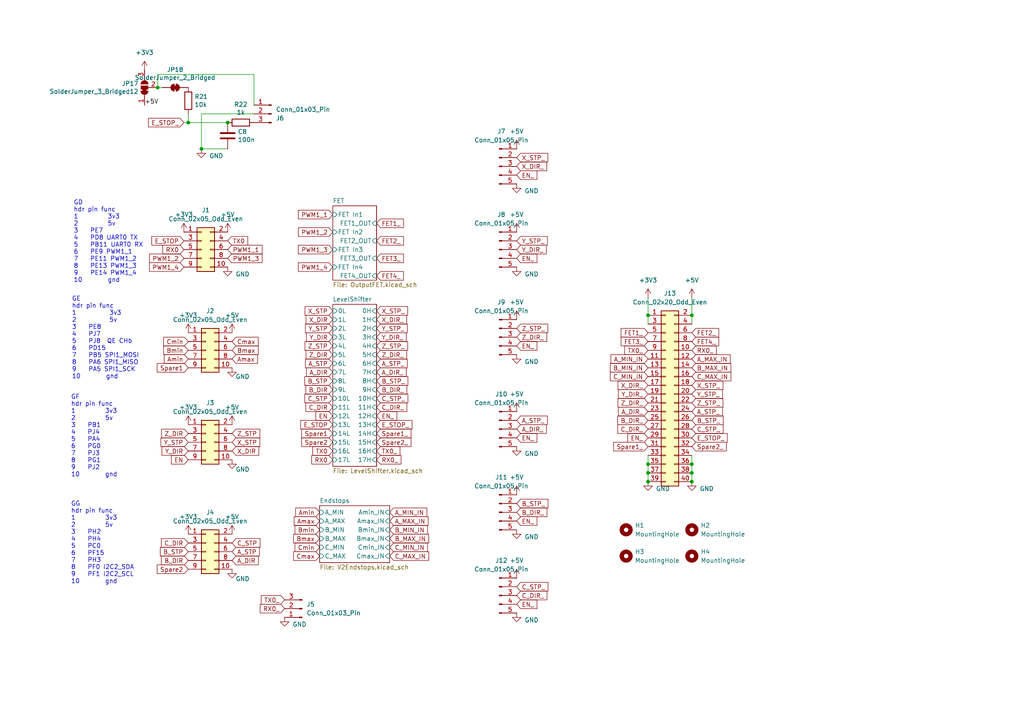
<source format=kicad_sch>
(kicad_sch (version 20231120) (generator "eeschema") (generator_version "8.0")
  (paper "A4")
  (lib_symbols
    (symbol "Connector:Conn_01x03_Pin" (pin_names (offset 1.016) hide)
      (property "Reference" "J" (at 0 5.08 0))
      (property "Value" "Conn_01x03_Pin" (at 0 -5.08 0))
      (symbol "Conn_01x03_Pin_1_1"
        (polyline (pts (xy 1.27 -2.54) (xy 0.8636 -2.54)) (stroke (width 0.1524)))
        (polyline (pts (xy 1.27 0) (xy 0.8636 0)) (stroke (width 0.1524)))
        (polyline (pts (xy 1.27 2.54) (xy 0.8636 2.54)) (stroke (width 0.1524)))
        (rectangle (start 0.8636 -2.413) (end 0 -2.667) (stroke (width 0.1524)) (fill (type outline)))
        (rectangle (start 0.8636 0.127) (end 0 -0.127) (stroke (width 0.1524)) (fill (type outline)))
        (rectangle (start 0.8636 2.667) (end 0 2.413) (stroke (width 0.1524)) (fill (type outline)))
        (pin passive line (at 5.08 2.54 180) (length 3.81) (name "Pin_1") (number "1"))
        (pin passive line (at 5.08 0 180) (length 3.81) (name "Pin_2") (number "2"))
        (pin passive line (at 5.08 -2.54 180) (length 3.81) (name "Pin_3") (number "3"))
      )
    )
    (symbol "Connector:Conn_01x05_Pin" (pin_names (offset 1.016) hide)
      (property "Reference" "J" (at 0 7.62 0))
      (property "Value" "Conn_01x05_Pin" (at 0 -7.62 0))
      (symbol "Conn_01x05_Pin_1_1"
        (polyline (pts (xy 1.27 -5.08) (xy 0.8636 -5.08)) (stroke (width 0.1524)))
        (polyline (pts (xy 1.27 -2.54) (xy 0.8636 -2.54)) (stroke (width 0.1524)))
        (polyline (pts (xy 1.27 0) (xy 0.8636 0)) (stroke (width 0.1524)))
        (polyline (pts (xy 1.27 2.54) (xy 0.8636 2.54)) (stroke (width 0.1524)))
        (polyline (pts (xy 1.27 5.08) (xy 0.8636 5.08)) (stroke (width 0.1524)))
        (rectangle (start 0.8636 -4.953) (end 0 -5.207) (stroke (width 0.1524)) (fill (type outline)))
        (rectangle (start 0.8636 -2.413) (end 0 -2.667) (stroke (width 0.1524)) (fill (type outline)))
        (rectangle (start 0.8636 0.127) (end 0 -0.127) (stroke (width 0.1524)) (fill (type outline)))
        (rectangle (start 0.8636 2.667) (end 0 2.413) (stroke (width 0.1524)) (fill (type outline)))
        (rectangle (start 0.8636 5.207) (end 0 4.953) (stroke (width 0.1524)) (fill (type outline)))
        (pin passive line (at 5.08 5.08 180) (length 3.81) (name "Pin_1") (number "1"))
        (pin passive line (at 5.08 2.54 180) (length 3.81) (name "Pin_2") (number "2"))
        (pin passive line (at 5.08 0 180) (length 3.81) (name "Pin_3") (number "3"))
        (pin passive line (at 5.08 -2.54 180) (length 3.81) (name "Pin_4") (number "4"))
        (pin passive line (at 5.08 -5.08 180) (length 3.81) (name "Pin_5") (number "5"))
      )
    )
    (symbol "Connector_Generic:Conn_02x05_Odd_Even" (pin_names (offset 1.016) hide)
      (property "Reference" "J" (at 1.27 7.62 0))
      (property "Value" "Conn_02x05_Odd_Even" (at 1.27 -7.62 0))
      (symbol "Conn_02x05_Odd_Even_1_1"
        (rectangle (start -1.27 -4.953) (end 0 -5.207) (stroke (width 0.1524)))
        (rectangle (start -1.27 -2.413) (end 0 -2.667) (stroke (width 0.1524)))
        (rectangle (start -1.27 0.127) (end 0 -0.127) (stroke (width 0.1524)))
        (rectangle (start -1.27 2.667) (end 0 2.413) (stroke (width 0.1524)))
        (rectangle (start -1.27 5.207) (end 0 4.953) (stroke (width 0.1524)))
        (rectangle (start -1.27 6.35) (end 3.81 -6.35) (stroke (width 0.254)) (fill (type background)))
        (rectangle (start 3.81 -4.953) (end 2.54 -5.207) (stroke (width 0.1524)))
        (rectangle (start 3.81 -2.413) (end 2.54 -2.667) (stroke (width 0.1524)))
        (rectangle (start 3.81 0.127) (end 2.54 -0.127) (stroke (width 0.1524)))
        (rectangle (start 3.81 2.667) (end 2.54 2.413) (stroke (width 0.1524)))
        (rectangle (start 3.81 5.207) (end 2.54 4.953) (stroke (width 0.1524)))
        (pin passive line (at -5.08 5.08 0) (length 3.81) (name "Pin_1") (number "1"))
        (pin passive line (at 7.62 -5.08 180) (length 3.81) (name "Pin_10") (number "10"))
        (pin passive line (at 7.62 5.08 180) (length 3.81) (name "Pin_2") (number "2"))
        (pin passive line (at -5.08 2.54 0) (length 3.81) (name "Pin_3") (number "3"))
        (pin passive line (at 7.62 2.54 180) (length 3.81) (name "Pin_4") (number "4"))
        (pin passive line (at -5.08 0 0) (length 3.81) (name "Pin_5") (number "5"))
        (pin passive line (at 7.62 0 180) (length 3.81) (name "Pin_6") (number "6"))
        (pin passive line (at -5.08 -2.54 0) (length 3.81) (name "Pin_7") (number "7"))
        (pin passive line (at 7.62 -2.54 180) (length 3.81) (name "Pin_8") (number "8"))
        (pin passive line (at -5.08 -5.08 0) (length 3.81) (name "Pin_9") (number "9"))
      )
    )
    (symbol "Connector_Generic:Conn_02x20_Odd_Even" (pin_names (offset 1.016) hide)
      (property "Reference" "J" (at 1.27 25.4 0))
      (property "Value" "Conn_02x20_Odd_Even" (at 1.27 -27.94 0))
      (symbol "Conn_02x20_Odd_Even_1_1"
        (rectangle (start -1.27 -25.273) (end 0 -25.527) (stroke (width 0.1524)))
        (rectangle (start -1.27 -22.733) (end 0 -22.987) (stroke (width 0.1524)))
        (rectangle (start -1.27 -20.193) (end 0 -20.447) (stroke (width 0.1524)))
        (rectangle (start -1.27 -17.653) (end 0 -17.907) (stroke (width 0.1524)))
        (rectangle (start -1.27 -15.113) (end 0 -15.367) (stroke (width 0.1524)))
        (rectangle (start -1.27 -12.573) (end 0 -12.827) (stroke (width 0.1524)))
        (rectangle (start -1.27 -10.033) (end 0 -10.287) (stroke (width 0.1524)))
        (rectangle (start -1.27 -7.493) (end 0 -7.747) (stroke (width 0.1524)))
        (rectangle (start -1.27 -4.953) (end 0 -5.207) (stroke (width 0.1524)))
        (rectangle (start -1.27 -2.413) (end 0 -2.667) (stroke (width 0.1524)))
        (rectangle (start -1.27 0.127) (end 0 -0.127) (stroke (width 0.1524)))
        (rectangle (start -1.27 2.667) (end 0 2.413) (stroke (width 0.1524)))
        (rectangle (start -1.27 5.207) (end 0 4.953) (stroke (width 0.1524)))
        (rectangle (start -1.27 7.747) (end 0 7.493) (stroke (width 0.1524)))
        (rectangle (start -1.27 10.287) (end 0 10.033) (stroke (width 0.1524)))
        (rectangle (start -1.27 12.827) (end 0 12.573) (stroke (width 0.1524)))
        (rectangle (start -1.27 15.367) (end 0 15.113) (stroke (width 0.1524)))
        (rectangle (start -1.27 17.907) (end 0 17.653) (stroke (width 0.1524)))
        (rectangle (start -1.27 20.447) (end 0 20.193) (stroke (width 0.1524)))
        (rectangle (start -1.27 22.987) (end 0 22.733) (stroke (width 0.1524)))
        (rectangle (start -1.27 24.13) (end 3.81 -26.67) (stroke (width 0.254)) (fill (type background)))
        (rectangle (start 3.81 -25.273) (end 2.54 -25.527) (stroke (width 0.1524)))
        (rectangle (start 3.81 -22.733) (end 2.54 -22.987) (stroke (width 0.1524)))
        (rectangle (start 3.81 -20.193) (end 2.54 -20.447) (stroke (width 0.1524)))
        (rectangle (start 3.81 -17.653) (end 2.54 -17.907) (stroke (width 0.1524)))
        (rectangle (start 3.81 -15.113) (end 2.54 -15.367) (stroke (width 0.1524)))
        (rectangle (start 3.81 -12.573) (end 2.54 -12.827) (stroke (width 0.1524)))
        (rectangle (start 3.81 -10.033) (end 2.54 -10.287) (stroke (width 0.1524)))
        (rectangle (start 3.81 -7.493) (end 2.54 -7.747) (stroke (width 0.1524)))
        (rectangle (start 3.81 -4.953) (end 2.54 -5.207) (stroke (width 0.1524)))
        (rectangle (start 3.81 -2.413) (end 2.54 -2.667) (stroke (width 0.1524)))
        (rectangle (start 3.81 0.127) (end 2.54 -0.127) (stroke (width 0.1524)))
        (rectangle (start 3.81 2.667) (end 2.54 2.413) (stroke (width 0.1524)))
        (rectangle (start 3.81 5.207) (end 2.54 4.953) (stroke (width 0.1524)))
        (rectangle (start 3.81 7.747) (end 2.54 7.493) (stroke (width 0.1524)))
        (rectangle (start 3.81 10.287) (end 2.54 10.033) (stroke (width 0.1524)))
        (rectangle (start 3.81 12.827) (end 2.54 12.573) (stroke (width 0.1524)))
        (rectangle (start 3.81 15.367) (end 2.54 15.113) (stroke (width 0.1524)))
        (rectangle (start 3.81 17.907) (end 2.54 17.653) (stroke (width 0.1524)))
        (rectangle (start 3.81 20.447) (end 2.54 20.193) (stroke (width 0.1524)))
        (rectangle (start 3.81 22.987) (end 2.54 22.733) (stroke (width 0.1524)))
        (pin passive line (at -5.08 22.86 0) (length 3.81) (name "Pin_1") (number "1"))
        (pin passive line (at 7.62 12.7 180) (length 3.81) (name "Pin_10") (number "10"))
        (pin passive line (at -5.08 10.16 0) (length 3.81) (name "Pin_11") (number "11"))
        (pin passive line (at 7.62 10.16 180) (length 3.81) (name "Pin_12") (number "12"))
        (pin passive line (at -5.08 7.62 0) (length 3.81) (name "Pin_13") (number "13"))
        (pin passive line (at 7.62 7.62 180) (length 3.81) (name "Pin_14") (number "14"))
        (pin passive line (at -5.08 5.08 0) (length 3.81) (name "Pin_15") (number "15"))
        (pin passive line (at 7.62 5.08 180) (length 3.81) (name "Pin_16") (number "16"))
        (pin passive line (at -5.08 2.54 0) (length 3.81) (name "Pin_17") (number "17"))
        (pin passive line (at 7.62 2.54 180) (length 3.81) (name "Pin_18") (number "18"))
        (pin passive line (at -5.08 0 0) (length 3.81) (name "Pin_19") (number "19"))
        (pin passive line (at 7.62 22.86 180) (length 3.81) (name "Pin_2") (number "2"))
        (pin passive line (at 7.62 0 180) (length 3.81) (name "Pin_20") (number "20"))
        (pin passive line (at -5.08 -2.54 0) (length 3.81) (name "Pin_21") (number "21"))
        (pin passive line (at 7.62 -2.54 180) (length 3.81) (name "Pin_22") (number "22"))
        (pin passive line (at -5.08 -5.08 0) (length 3.81) (name "Pin_23") (number "23"))
        (pin passive line (at 7.62 -5.08 180) (length 3.81) (name "Pin_24") (number "24"))
        (pin passive line (at -5.08 -7.62 0) (length 3.81) (name "Pin_25") (number "25"))
        (pin passive line (at 7.62 -7.62 180) (length 3.81) (name "Pin_26") (number "26"))
        (pin passive line (at -5.08 -10.16 0) (length 3.81) (name "Pin_27") (number "27"))
        (pin passive line (at 7.62 -10.16 180) (length 3.81) (name "Pin_28") (number "28"))
        (pin passive line (at -5.08 -12.7 0) (length 3.81) (name "Pin_29") (number "29"))
        (pin passive line (at -5.08 20.32 0) (length 3.81) (name "Pin_3") (number "3"))
        (pin passive line (at 7.62 -12.7 180) (length 3.81) (name "Pin_30") (number "30"))
        (pin passive line (at -5.08 -15.24 0) (length 3.81) (name "Pin_31") (number "31"))
        (pin passive line (at 7.62 -15.24 180) (length 3.81) (name "Pin_32") (number "32"))
        (pin passive line (at -5.08 -17.78 0) (length 3.81) (name "Pin_33") (number "33"))
        (pin passive line (at 7.62 -17.78 180) (length 3.81) (name "Pin_34") (number "34"))
        (pin passive line (at -5.08 -20.32 0) (length 3.81) (name "Pin_35") (number "35"))
        (pin passive line (at 7.62 -20.32 180) (length 3.81) (name "Pin_36") (number "36"))
        (pin passive line (at -5.08 -22.86 0) (length 3.81) (name "Pin_37") (number "37"))
        (pin passive line (at 7.62 -22.86 180) (length 3.81) (name "Pin_38") (number "38"))
        (pin passive line (at -5.08 -25.4 0) (length 3.81) (name "Pin_39") (number "39"))
        (pin passive line (at 7.62 20.32 180) (length 3.81) (name "Pin_4") (number "4"))
        (pin passive line (at 7.62 -25.4 180) (length 3.81) (name "Pin_40") (number "40"))
        (pin passive line (at -5.08 17.78 0) (length 3.81) (name "Pin_5") (number "5"))
        (pin passive line (at 7.62 17.78 180) (length 3.81) (name "Pin_6") (number "6"))
        (pin passive line (at -5.08 15.24 0) (length 3.81) (name "Pin_7") (number "7"))
        (pin passive line (at 7.62 15.24 180) (length 3.81) (name "Pin_8") (number "8"))
        (pin passive line (at -5.08 12.7 0) (length 3.81) (name "Pin_9") (number "9"))
      )
    )
    (symbol "Device:C" (pin_numbers hide) (pin_names (offset 0.254))
      (property "Reference" "C" (at 0.635 2.54 0))
      (property "Value" "C" (at 0.635 -2.54 0))
      (symbol "C_0_1"
        (polyline (pts (xy -2.032 -0.762) (xy 2.032 -0.762)) (stroke (width 0.508)))
        (polyline (pts (xy -2.032 0.762) (xy 2.032 0.762)) (stroke (width 0.508)))
      )
      (symbol "C_1_1"
        (pin passive line (at 0 3.81 270) (length 2.794) (name "~") (number "1"))
        (pin passive line (at 0 -3.81 90) (length 2.794) (name "~") (number "2"))
      )
    )
    (symbol "Device:R" (pin_numbers hide) (pin_names (offset 0))
      (property "Reference" "R" (at 2.032 0 90))
      (property "Value" "R" (at 0 0 90))
      (symbol "R_0_1"
        (rectangle (start -1.016 -2.54) (end 1.016 2.54) (stroke (width 0.254)))
      )
      (symbol "R_1_1"
        (pin passive line (at 0 3.81 270) (length 1.27) (name "~") (number "1"))
        (pin passive line (at 0 -3.81 90) (length 1.27) (name "~") (number "2"))
      )
    )
    (symbol "Jumper:SolderJumper_2_Bridged" (pin_numbers hide) (pin_names (offset 0) hide) (exclude_from_sim yes) (in_bom no)
      (property "Reference" "JP" (at 0 2.032 0))
      (property "Value" "SolderJumper_2_Bridged" (at 0 -2.54 0))
      (symbol "SolderJumper_2_Bridged_0_1"
        (rectangle (start -0.508 0.508) (end 0.508 -0.508) (fill (type outline)))
        (arc (start -0.254 1.016) (mid -1.2656 0) (end -0.254 -1.016))
        (arc (start -0.254 1.016) (mid -1.2656 0) (end -0.254 -1.016) (fill (type outline)))
        (polyline (pts (xy -0.254 1.016) (xy -0.254 -1.016)))
        (polyline (pts (xy 0.254 1.016) (xy 0.254 -1.016)))
        (arc (start 0.254 -1.016) (mid 1.2656 0) (end 0.254 1.016))
        (arc (start 0.254 -1.016) (mid 1.2656 0) (end 0.254 1.016) (fill (type outline)))
      )
      (symbol "SolderJumper_2_Bridged_1_1"
        (pin passive line (at -3.81 0 0) (length 2.54) (name "A") (number "1"))
        (pin passive line (at 3.81 0 180) (length 2.54) (name "B") (number "2"))
      )
    )
    (symbol "Mechanical:MountingHole" (pin_names (offset 1.016)) (exclude_from_sim yes) (in_bom no)
      (property "Reference" "H" (at 0 5.08 0))
      (property "Value" "MountingHole" (at 0 3.175 0))
      (symbol "MountingHole_0_1"
        (circle (center 0 0) (radius 1.27) (stroke (width 1.27)))
      )
    )
    (symbol "power:+3V3" (power) (pin_numbers hide) (pin_names (offset 0) hide)
      (property "Value" "+3V3" (at 0 3.556 0))
      (symbol "+3V3_0_1"
        (polyline (pts (xy -0.762 1.27) (xy 0 2.54)))
        (polyline (pts (xy 0 0) (xy 0 2.54)))
        (polyline (pts (xy 0 2.54) (xy 0.762 1.27)))
      )
      (symbol "+3V3_1_1"
        (pin power_in line (at 0 0 90) (length 0) (name "~") (number "1"))
      )
    )
    (symbol "power:+5V" (power) (pin_numbers hide) (pin_names (offset 0) hide)
      (property "Value" "+5V" (at 0 3.556 0))
      (symbol "+5V_0_1"
        (polyline (pts (xy -0.762 1.27) (xy 0 2.54)))
        (polyline (pts (xy 0 0) (xy 0 2.54)))
        (polyline (pts (xy 0 2.54) (xy 0.762 1.27)))
      )
      (symbol "+5V_1_1"
        (pin power_in line (at 0 0 90) (length 0) (name "~") (number "1"))
      )
    )
    (symbol "power:GND" (power) (pin_numbers hide) (pin_names (offset 0) hide)
      (property "Value" "GND" (at 0 -3.81 0))
      (symbol "GND_0_1"
        (polyline (pts (xy 0 0) (xy 0 -1.27) (xy 1.27 -1.27) (xy 0 -2.54) (xy -1.27 -1.27) (xy 0 -1.27)))
      )
      (symbol "GND_1_1"
        (pin power_in line (at 0 0 270) (length 0) (name "~") (number "1"))
      )
    )
    (symbol "smoothiev2-prime-rescue:SolderJumper_3_Bridged12-Jumper" (pin_names (offset 0) hide)
      (property "Reference" "JP" (at -2.54 -2.54 0))
      (property "Value" "Jumper_SolderJumper_3_Bridged12" (at 0 2.794 0))
      (symbol "SolderJumper_3_Bridged12-Jumper_0_1"
        (rectangle (start -1.016 0.508) (end -0.508 -0.508) (fill (type outline)))
        (arc (start -1.016 1.016) (mid -2.032 0) (end -1.016 -1.016))
        (arc (start -1.016 1.016) (mid -2.032 0) (end -1.016 -1.016) (fill (type outline)))
        (rectangle (start -0.508 1.016) (end 0.508 -1.016) (fill (type outline)))
        (polyline (pts (xy -2.54 0) (xy -2.032 0)))
        (polyline (pts (xy -1.016 1.016) (xy -1.016 -1.016)))
        (polyline (pts (xy 0 -1.27) (xy 0 -1.016)))
        (polyline (pts (xy 1.016 1.016) (xy 1.016 -1.016)))
        (polyline (pts (xy 2.54 0) (xy 2.032 0)))
        (arc (start 1.016 -1.016) (mid 2.032 0) (end 1.016 1.016))
        (arc (start 1.016 -1.016) (mid 2.032 0) (end 1.016 1.016) (fill (type outline)))
      )
      (symbol "SolderJumper_3_Bridged12-Jumper_1_1"
        (pin passive line (at -5.08 0 0) (length 2.54) (name "A") (number "1"))
        (pin input line (at 0 -3.81 90) (length 2.54) (name "C") (number "2"))
        (pin passive line (at 5.08 0 180) (length 2.54) (name "B") (number "3"))
      )
    )
  )
  (junction (at 187.96 134.62))
  (junction (at 200.66 91.44))
  (junction (at 54.61 35.56))
  (junction (at 187.96 139.7))
  (junction (at 187.96 91.44))
  (junction (at 200.66 139.7))
  (junction (at 187.96 137.16))
  (junction (at 45.72 25.4))
  (junction (at 66.04 35.56))
  (junction (at 200.66 134.62))
  (junction (at 58.42 43.18))
  (junction (at 200.66 137.16))
  (wire (pts (xy 54.61 35.56) (xy 53.34 35.56)))
  (wire (pts (xy 187.96 132.08) (xy 187.96 134.62)))
  (wire (pts (xy 54.61 35.56) (xy 66.04 35.56)))
  (wire (pts (xy 187.96 86.36) (xy 187.96 91.44)))
  (wire (pts (xy 187.96 134.62) (xy 187.96 137.16)))
  (wire (pts (xy 45.72 25.4) (xy 46.99 25.4)))
  (wire (pts (xy 45.72 25.4) (xy 45.72 21.59)))
  (wire (pts (xy 200.66 134.62) (xy 200.66 137.16)))
  (wire (pts (xy 200.66 137.16) (xy 200.66 139.7)))
  (wire (pts (xy 200.66 91.44) (xy 200.66 93.98)))
  (wire (pts (xy 58.42 33.02) (xy 58.42 43.18)))
  (wire (pts (xy 54.61 33.02) (xy 54.61 35.56)))
  (wire (pts (xy 187.96 91.44) (xy 187.96 93.98)))
  (wire (pts (xy 187.96 137.16) (xy 187.96 139.7)))
  (wire (pts (xy 58.42 33.02) (xy 73.66 33.02)))
  (wire (pts (xy 66.04 43.18) (xy 58.42 43.18)))
  (wire (pts (xy 200.66 132.08) (xy 200.66 134.62)))
  (wire (pts (xy 73.66 21.59) (xy 73.66 30.48)))
  (wire (pts (xy 45.72 21.59) (xy 73.66 21.59)))
  (wire (pts (xy 200.66 86.36) (xy 200.66 91.44)))
  (text "GD\nhdr pin func\n1 		3v3\n2 		5v\n3 	PE7 	\n4 	PD8 UART0 TX\n5 	PB11 UART0 RX\n6 	PE9 PWM1_1\n7 	PE11 PWM1_2\n8 	PE13 PWM1_3\n9 	PE14 PWM1_4\n10 		gnd\n" (at 21.336 70.104 0) (effects (font (size 1.27 1.27)) (justify left)))
  (text "GF\nhdr pin func\n1 		3v3\n2 		5v\n3 	PB1 	\n4 	PJ4 	\n5 	PA4 	\n6 	PG0 	\n7 	PJ3 	\n8 	PG1 	\n9 	PJ2 	\n10 		gnd" (at 20.574 126.492 0) (effects (font (size 1.27 1.27)) (justify left)))
  (text "GE\nhdr pin func\n1 		 3v3\n2 		 5v\n3 	PE8 	\n4 	PJ7 	\n5 	PJ8  QE CHb\n6 	PD15 	\n7 	PB5 SPI1_MOSI\n8 	PA6 SPI1_MISO\n9 	PA5 SPI1_SCK\n10 		gnd" (at 20.828 98.044 0) (effects (font (size 1.27 1.27)) (justify left)))
  (text "GG\nhdr pin func\n1 		3v3\n2 		5v\n3 	PH2 	\n4 	PH4 	\n5 	PC0 	\n6 	PF15 	\n7 	PH3 	\n8 	PF0 I2C2_SDA\n9 	PF1 I2C2_SCL\n10 		gnd" (at 20.574 157.48 0) (effects (font (size 1.27 1.27)) (justify left)))
  (label "+5V" (at 41.91 30.48 0))
  (global_label "C_DIR_" (shape input) (at 109.22 118.11 0) (property "Intersheetrefs" "${INTERSHEET_REFS}" (effects (hide yes))))
  (global_label "FET1_" (shape input) (at 109.22 64.77 0) (property "Intersheetrefs" "${INTERSHEET_REFS}" (effects (hide yes))))
  (global_label "A_STP" (shape input) (at 96.52 105.41 180) (property "Intersheetrefs" "${INTERSHEET_REFS}" (effects (hide yes))))
  (global_label "X_DIR" (shape input) (at 67.31 130.81 0) (property "Intersheetrefs" "${INTERSHEET_REFS}" (effects (hide yes))))
  (global_label "Amin" (shape input) (at 54.61 104.14 180) (property "Intersheetrefs" "${INTERSHEET_REFS}" (effects (hide yes))))
  (global_label "Y_DIR_" (shape input) (at 187.96 114.3 180) (property "Intersheetrefs" "${INTERSHEET_REFS}" (effects (hide yes))))
  (global_label "EN_" (shape input) (at 149.86 127 0) (property "Intersheetrefs" "${INTERSHEET_REFS}" (effects (hide yes))))
  (global_label "C_MAX_IN" (shape input) (at 200.66 109.22 0) (property "Intersheetrefs" "${INTERSHEET_REFS}" (effects (hide yes))))
  (global_label "C_STP_" (shape input) (at 200.66 124.46 0) (property "Intersheetrefs" "${INTERSHEET_REFS}" (effects (hide yes))))
  (global_label "Spare1" (shape input) (at 96.52 125.73 180) (property "Intersheetrefs" "${INTERSHEET_REFS}" (effects (hide yes))))
  (global_label "X_DIR_" (shape input) (at 109.22 92.71 0) (property "Intersheetrefs" "${INTERSHEET_REFS}" (effects (hide yes))))
  (global_label "E_STOP_" (shape input) (at 109.22 123.19 0) (property "Intersheetrefs" "${INTERSHEET_REFS}" (effects (hide yes))))
  (global_label "PWM1_1" (shape input) (at 96.52 62.23 180) (property "Intersheetrefs" "${INTERSHEET_REFS}" (effects (hide yes))))
  (global_label "C_STP" (shape input) (at 96.52 115.57 180) (property "Intersheetrefs" "${INTERSHEET_REFS}" (effects (hide yes))))
  (global_label "TX0" (shape input) (at 66.04 69.85 0) (property "Intersheetrefs" "${INTERSHEET_REFS}" (effects (hide yes))))
  (global_label "EN_" (shape input) (at 187.96 127 180) (property "Intersheetrefs" "${INTERSHEET_REFS}" (effects (hide yes))))
  (global_label "B_DIR_" (shape input) (at 149.86 148.59 0) (property "Intersheetrefs" "${INTERSHEET_REFS}" (effects (hide yes))))
  (global_label "A_STP" (shape input) (at 67.31 160.02 0) (property "Intersheetrefs" "${INTERSHEET_REFS}" (effects (hide yes))))
  (global_label "Cmax" (shape input) (at 67.31 99.06 0) (property "Intersheetrefs" "${INTERSHEET_REFS}" (effects (hide yes))))
  (global_label "PWM1_3" (shape input) (at 96.52 72.39 180) (property "Intersheetrefs" "${INTERSHEET_REFS}" (effects (hide yes))))
  (global_label "A_STP_" (shape input) (at 109.22 105.41 0) (property "Intersheetrefs" "${INTERSHEET_REFS}" (effects (hide yes))))
  (global_label "Amax" (shape input) (at 67.31 104.14 0) (property "Intersheetrefs" "${INTERSHEET_REFS}" (effects (hide yes))))
  (global_label "Y_DIR_" (shape input) (at 149.86 72.39 0) (property "Intersheetrefs" "${INTERSHEET_REFS}" (effects (hide yes))))
  (global_label "E_STOP" (shape input) (at 53.34 69.85 180) (property "Intersheetrefs" "${INTERSHEET_REFS}" (effects (hide yes))))
  (global_label "FET3_" (shape input) (at 109.22 74.93 0) (property "Intersheetrefs" "${INTERSHEET_REFS}" (effects (hide yes))))
  (global_label "E_STOP_" (shape input) (at 200.66 127 0) (property "Intersheetrefs" "${INTERSHEET_REFS}" (effects (hide yes))))
  (global_label "Z_STP_" (shape input) (at 200.66 116.84 0) (property "Intersheetrefs" "${INTERSHEET_REFS}" (effects (hide yes))))
  (global_label "RX0_" (shape input) (at 82.55 176.53 180) (property "Intersheetrefs" "${INTERSHEET_REFS}" (effects (hide yes))))
  (global_label "PWM1_2" (shape input) (at 96.52 67.31 180) (property "Intersheetrefs" "${INTERSHEET_REFS}" (effects (hide yes))))
  (global_label "A_DIR_" (shape input) (at 149.86 124.46 0) (property "Intersheetrefs" "${INTERSHEET_REFS}" (effects (hide yes))))
  (global_label "B_MAX_IN" (shape input) (at 200.66 106.68 0) (property "Intersheetrefs" "${INTERSHEET_REFS}" (effects (hide yes))))
  (global_label "EN" (shape input) (at 54.61 133.35 180) (property "Intersheetrefs" "${INTERSHEET_REFS}" (effects (hide yes))))
  (global_label "C_DIR" (shape input) (at 96.52 118.11 180) (property "Intersheetrefs" "${INTERSHEET_REFS}" (effects (hide yes))))
  (global_label "B_STP_" (shape input) (at 149.86 146.05 0) (property "Intersheetrefs" "${INTERSHEET_REFS}" (effects (hide yes))))
  (global_label "PWM1_4" (shape input) (at 53.34 77.47 180) (property "Intersheetrefs" "${INTERSHEET_REFS}" (effects (hide yes))))
  (global_label "X_DIR" (shape input) (at 96.52 92.71 180) (property "Intersheetrefs" "${INTERSHEET_REFS}" (effects (hide yes))))
  (global_label "RX0_" (shape input) (at 109.22 133.35 0) (property "Intersheetrefs" "${INTERSHEET_REFS}" (effects (hide yes))))
  (global_label "EN" (shape input) (at 96.52 120.65 180) (property "Intersheetrefs" "${INTERSHEET_REFS}" (effects (hide yes))))
  (global_label "Spare1_" (shape input) (at 187.96 129.54 180) (property "Intersheetrefs" "${INTERSHEET_REFS}" (effects (hide yes))))
  (global_label "FET4_" (shape input) (at 200.66 99.06 0) (property "Intersheetrefs" "${INTERSHEET_REFS}" (effects (hide yes))))
  (global_label "A_MAX_IN" (shape input) (at 200.66 104.14 0) (property "Intersheetrefs" "${INTERSHEET_REFS}" (effects (hide yes))))
  (global_label "Z_STP_" (shape input) (at 109.22 100.33 0) (property "Intersheetrefs" "${INTERSHEET_REFS}" (effects (hide yes))))
  (global_label "B_DIR" (shape input) (at 54.61 162.56 180) (property "Intersheetrefs" "${INTERSHEET_REFS}" (effects (hide yes))))
  (global_label "B_MIN_IN" (shape input) (at 187.96 106.68 180) (property "Intersheetrefs" "${INTERSHEET_REFS}" (effects (hide yes))))
  (global_label "A_STP_" (shape input) (at 200.66 119.38 0) (property "Intersheetrefs" "${INTERSHEET_REFS}" (effects (hide yes))))
  (global_label "RX0" (shape input) (at 53.34 72.39 180) (property "Intersheetrefs" "${INTERSHEET_REFS}" (effects (hide yes))))
  (global_label "B_DIR" (shape input) (at 96.52 113.03 180) (property "Intersheetrefs" "${INTERSHEET_REFS}" (effects (hide yes))))
  (global_label "Y_DIR_" (shape input) (at 109.22 97.79 0) (property "Intersheetrefs" "${INTERSHEET_REFS}" (effects (hide yes))))
  (global_label "TX0_" (shape input) (at 82.55 173.99 180) (property "Intersheetrefs" "${INTERSHEET_REFS}" (effects (hide yes))))
  (global_label "Y_STP" (shape input) (at 96.52 95.25 180) (property "Intersheetrefs" "${INTERSHEET_REFS}" (effects (hide yes))))
  (global_label "Spare1" (shape input) (at 54.61 106.68 180) (property "Intersheetrefs" "${INTERSHEET_REFS}" (effects (hide yes))))
  (global_label "A_MIN_IN" (shape input) (at 187.96 104.14 180) (property "Intersheetrefs" "${INTERSHEET_REFS}" (effects (hide yes))))
  (global_label "Bmax" (shape input) (at 67.31 101.6 0) (property "Intersheetrefs" "${INTERSHEET_REFS}" (effects (hide yes))))
  (global_label "PWM1_4" (shape input) (at 96.52 77.47 180) (property "Intersheetrefs" "${INTERSHEET_REFS}" (effects (hide yes))))
  (global_label "Cmax" (shape input) (at 92.71 161.29 180) (property "Intersheetrefs" "${INTERSHEET_REFS}" (effects (hide yes))))
  (global_label "Y_STP_" (shape input) (at 200.66 114.3 0) (property "Intersheetrefs" "${INTERSHEET_REFS}" (effects (hide yes))))
  (global_label "C_DIR" (shape input) (at 54.61 157.48 180) (property "Intersheetrefs" "${INTERSHEET_REFS}" (effects (hide yes))))
  (global_label "B_STP" (shape input) (at 96.52 110.49 180) (property "Intersheetrefs" "${INTERSHEET_REFS}" (effects (hide yes))))
  (global_label "Amin" (shape input) (at 92.71 148.59 180) (property "Intersheetrefs" "${INTERSHEET_REFS}" (effects (hide yes))))
  (global_label "Bmin" (shape input) (at 92.71 153.67 180) (property "Intersheetrefs" "${INTERSHEET_REFS}" (effects (hide yes))))
  (global_label "Spare2" (shape input) (at 54.61 165.1 180) (property "Intersheetrefs" "${INTERSHEET_REFS}" (effects (hide yes))))
  (global_label "B_DIR_" (shape input) (at 187.96 121.92 180) (property "Intersheetrefs" "${INTERSHEET_REFS}" (effects (hide yes))))
  (global_label "Amax" (shape input) (at 92.71 151.13 180) (property "Intersheetrefs" "${INTERSHEET_REFS}" (effects (hide yes))))
  (global_label "EN_" (shape input) (at 109.22 120.65 0) (property "Intersheetrefs" "${INTERSHEET_REFS}" (effects (hide yes))))
  (global_label "A_STP_" (shape input) (at 149.86 121.92 0) (property "Intersheetrefs" "${INTERSHEET_REFS}" (effects (hide yes))))
  (global_label "E_STOP_" (shape input) (at 53.34 35.56 180) (property "Intersheetrefs" "${INTERSHEET_REFS}" (effects (hide yes))))
  (global_label "Z_DIR_" (shape input) (at 149.86 97.79 0) (property "Intersheetrefs" "${INTERSHEET_REFS}" (effects (hide yes))))
  (global_label "Bmin" (shape input) (at 54.61 101.6 180) (property "Intersheetrefs" "${INTERSHEET_REFS}" (effects (hide yes))))
  (global_label "B_STP_" (shape input) (at 109.22 110.49 0) (property "Intersheetrefs" "${INTERSHEET_REFS}" (effects (hide yes))))
  (global_label "A_DIR" (shape input) (at 96.52 107.95 180) (property "Intersheetrefs" "${INTERSHEET_REFS}" (effects (hide yes))))
  (global_label "C_STP_" (shape input) (at 149.86 170.18 0) (property "Intersheetrefs" "${INTERSHEET_REFS}" (effects (hide yes))))
  (global_label "C_MAX_IN" (shape input) (at 113.03 161.29 0) (property "Intersheetrefs" "${INTERSHEET_REFS}" (effects (hide yes))))
  (global_label "X_STP_" (shape input) (at 200.66 111.76 0) (property "Intersheetrefs" "${INTERSHEET_REFS}" (effects (hide yes))))
  (global_label "C_DIR_" (shape input) (at 149.86 172.72 0) (property "Intersheetrefs" "${INTERSHEET_REFS}" (effects (hide yes))))
  (global_label "FET4_" (shape input) (at 109.22 80.01 0) (property "Intersheetrefs" "${INTERSHEET_REFS}" (effects (hide yes))))
  (global_label "FET2_" (shape input) (at 109.22 69.85 0) (property "Intersheetrefs" "${INTERSHEET_REFS}" (effects (hide yes))))
  (global_label "TX0_" (shape input) (at 187.96 101.6 180) (property "Intersheetrefs" "${INTERSHEET_REFS}" (effects (hide yes))))
  (global_label "Spare2_" (shape input) (at 200.66 129.54 0) (property "Intersheetrefs" "${INTERSHEET_REFS}" (effects (hide yes))))
  (global_label "FET3_" (shape input) (at 187.96 99.06 180) (property "Intersheetrefs" "${INTERSHEET_REFS}" (effects (hide yes))))
  (global_label "Z_STP_" (shape input) (at 149.86 95.25 0) (property "Intersheetrefs" "${INTERSHEET_REFS}" (effects (hide yes))))
  (global_label "C_STP" (shape input) (at 67.31 157.48 0) (property "Intersheetrefs" "${INTERSHEET_REFS}" (effects (hide yes))))
  (global_label "Y_STP_" (shape input) (at 149.86 69.85 0) (property "Intersheetrefs" "${INTERSHEET_REFS}" (effects (hide yes))))
  (global_label "Spare2" (shape input) (at 96.52 128.27 180) (property "Intersheetrefs" "${INTERSHEET_REFS}" (effects (hide yes))))
  (global_label "X_STP_" (shape input) (at 149.86 45.72 0) (property "Intersheetrefs" "${INTERSHEET_REFS}" (effects (hide yes))))
  (global_label "X_STP_" (shape input) (at 109.22 90.17 0) (property "Intersheetrefs" "${INTERSHEET_REFS}" (effects (hide yes))))
  (global_label "X_DIR_" (shape input) (at 149.86 48.26 0) (property "Intersheetrefs" "${INTERSHEET_REFS}" (effects (hide yes))))
  (global_label "B_MAX_IN" (shape input) (at 113.03 156.21 0) (property "Intersheetrefs" "${INTERSHEET_REFS}" (effects (hide yes))))
  (global_label "C_STP_" (shape input) (at 109.22 115.57 0) (property "Intersheetrefs" "${INTERSHEET_REFS}" (effects (hide yes))))
  (global_label "Spare2_" (shape input) (at 109.22 128.27 0) (property "Intersheetrefs" "${INTERSHEET_REFS}" (effects (hide yes))))
  (global_label "A_MIN_IN" (shape input) (at 113.03 148.59 0) (property "Intersheetrefs" "${INTERSHEET_REFS}" (effects (hide yes))))
  (global_label "Cmin" (shape input) (at 92.71 158.75 180) (property "Intersheetrefs" "${INTERSHEET_REFS}" (effects (hide yes))))
  (global_label "FET2_" (shape input) (at 200.66 96.52 0) (property "Intersheetrefs" "${INTERSHEET_REFS}" (effects (hide yes))))
  (global_label "A_DIR_" (shape input) (at 109.22 107.95 0) (property "Intersheetrefs" "${INTERSHEET_REFS}" (effects (hide yes))))
  (global_label "EN_" (shape input) (at 149.86 74.93 0) (property "Intersheetrefs" "${INTERSHEET_REFS}" (effects (hide yes))))
  (global_label "Z_DIR" (shape input) (at 96.52 102.87 180) (property "Intersheetrefs" "${INTERSHEET_REFS}" (effects (hide yes))))
  (global_label "Bmax" (shape input) (at 92.71 156.21 180) (property "Intersheetrefs" "${INTERSHEET_REFS}" (effects (hide yes))))
  (global_label "B_STP" (shape input) (at 54.61 160.02 180) (property "Intersheetrefs" "${INTERSHEET_REFS}" (effects (hide yes))))
  (global_label "EN_" (shape input) (at 149.86 175.26 0) (property "Intersheetrefs" "${INTERSHEET_REFS}" (effects (hide yes))))
  (global_label "A_MAX_IN" (shape input) (at 113.03 151.13 0) (property "Intersheetrefs" "${INTERSHEET_REFS}" (effects (hide yes))))
  (global_label "PWM1_2" (shape input) (at 53.34 74.93 180) (property "Intersheetrefs" "${INTERSHEET_REFS}" (effects (hide yes))))
  (global_label "Z_DIR_" (shape input) (at 109.22 102.87 0) (property "Intersheetrefs" "${INTERSHEET_REFS}" (effects (hide yes))))
  (global_label "Z_STP" (shape input) (at 67.31 125.73 0) (property "Intersheetrefs" "${INTERSHEET_REFS}" (effects (hide yes))))
  (global_label "Z_STP" (shape input) (at 96.52 100.33 180) (property "Intersheetrefs" "${INTERSHEET_REFS}" (effects (hide yes))))
  (global_label "A_DIR_" (shape input) (at 187.96 119.38 180) (property "Intersheetrefs" "${INTERSHEET_REFS}" (effects (hide yes))))
  (global_label "TX0" (shape input) (at 96.52 130.81 180) (property "Intersheetrefs" "${INTERSHEET_REFS}" (effects (hide yes))))
  (global_label "RX0_" (shape input) (at 200.66 101.6 0) (property "Intersheetrefs" "${INTERSHEET_REFS}" (effects (hide yes))))
  (global_label "B_MIN_IN" (shape input) (at 113.03 153.67 0) (property "Intersheetrefs" "${INTERSHEET_REFS}" (effects (hide yes))))
  (global_label "Y_DIR" (shape input) (at 54.61 130.81 180) (property "Intersheetrefs" "${INTERSHEET_REFS}" (effects (hide yes))))
  (global_label "Spare1_" (shape input) (at 109.22 125.73 0) (property "Intersheetrefs" "${INTERSHEET_REFS}" (effects (hide yes))))
  (global_label "B_STP_" (shape input) (at 200.66 121.92 0) (property "Intersheetrefs" "${INTERSHEET_REFS}" (effects (hide yes))))
  (global_label "TX0_" (shape input) (at 109.22 130.81 0) (property "Intersheetrefs" "${INTERSHEET_REFS}" (effects (hide yes))))
  (global_label "Y_STP" (shape input) (at 54.61 128.27 180) (property "Intersheetrefs" "${INTERSHEET_REFS}" (effects (hide yes))))
  (global_label "A_DIR" (shape input) (at 67.31 162.56 0) (property "Intersheetrefs" "${INTERSHEET_REFS}" (effects (hide yes))))
  (global_label "PWM1_1" (shape input) (at 66.04 72.39 0) (property "Intersheetrefs" "${INTERSHEET_REFS}" (effects (hide yes))))
  (global_label "Y_DIR" (shape input) (at 96.52 97.79 180) (property "Intersheetrefs" "${INTERSHEET_REFS}" (effects (hide yes))))
  (global_label "EN_" (shape input) (at 149.86 50.8 0) (property "Intersheetrefs" "${INTERSHEET_REFS}" (effects (hide yes))))
  (global_label "C_DIR_" (shape input) (at 187.96 124.46 180) (property "Intersheetrefs" "${INTERSHEET_REFS}" (effects (hide yes))))
  (global_label "C_MIN_IN" (shape input) (at 113.03 158.75 0) (property "Intersheetrefs" "${INTERSHEET_REFS}" (effects (hide yes))))
  (global_label "EN_" (shape input) (at 149.86 151.13 0) (property "Intersheetrefs" "${INTERSHEET_REFS}" (effects (hide yes))))
  (global_label "Z_DIR_" (shape input) (at 187.96 116.84 180) (property "Intersheetrefs" "${INTERSHEET_REFS}" (effects (hide yes))))
  (global_label "X_DIR_" (shape input) (at 187.96 111.76 180) (property "Intersheetrefs" "${INTERSHEET_REFS}" (effects (hide yes))))
  (global_label "EN_" (shape input) (at 149.86 100.33 0) (property "Intersheetrefs" "${INTERSHEET_REFS}" (effects (hide yes))))
  (global_label "RX0" (shape input) (at 96.52 133.35 180) (property "Intersheetrefs" "${INTERSHEET_REFS}" (effects (hide yes))))
  (global_label "Y_STP_" (shape input) (at 109.22 95.25 0) (property "Intersheetrefs" "${INTERSHEET_REFS}" (effects (hide yes))))
  (global_label "FET1_" (shape input) (at 187.96 96.52 180) (property "Intersheetrefs" "${INTERSHEET_REFS}" (effects (hide yes))))
  (global_label "C_MIN_IN" (shape input) (at 187.96 109.22 180) (property "Intersheetrefs" "${INTERSHEET_REFS}" (effects (hide yes))))
  (global_label "X_STP" (shape input) (at 67.31 128.27 0) (property "Intersheetrefs" "${INTERSHEET_REFS}" (effects (hide yes))))
  (global_label "Cmin" (shape input) (at 54.61 99.06 180) (property "Intersheetrefs" "${INTERSHEET_REFS}" (effects (hide yes))))
  (global_label "X_STP" (shape input) (at 96.52 90.17 180) (property "Intersheetrefs" "${INTERSHEET_REFS}" (effects (hide yes))))
  (global_label "B_DIR_" (shape input) (at 109.22 113.03 0) (property "Intersheetrefs" "${INTERSHEET_REFS}" (effects (hide yes))))
  (global_label "E_STOP" (shape input) (at 96.52 123.19 180) (property "Intersheetrefs" "${INTERSHEET_REFS}" (effects (hide yes))))
  (global_label "PWM1_3" (shape input) (at 66.04 74.93 0) (property "Intersheetrefs" "${INTERSHEET_REFS}" (effects (hide yes))))
  (global_label "Z_DIR" (shape input) (at 54.61 125.73 180) (property "Intersheetrefs" "${INTERSHEET_REFS}" (effects (hide yes))))
  (symbol (lib_id "power:+5V") (at 149.86 92.71 0) (unit 1)
    (property "Reference" "#PWR20" (effects (hide yes)))
    (property "Value" "+5V" (at 149.86 87.63 0))
    (property "Description" "Power symbol creates a global label with name \"+5V\"" (effects (hide yes)))
  )
  (symbol (lib_id "power:GND") (at 187.96 139.7 0) (unit 1)
    (property "Reference" "#PWR29" (effects (hide yes)))
    (property "Value" "GND" (at 192.278 141.732 0))
    (property "Description" "Power symbol creates a global label with name \"GND\" , ground" (effects (hide yes)))
  )
  (symbol (lib_id "Mechanical:MountingHole") (at 181.61 161.29 0) (unit 1) (exclude_from_sim yes) (in_bom no)
    (property "Reference" "H3" (at 184.15 160.0199 0) (effects (justify left)))
    (property "Value" "MountingHole" (at 184.15 162.5599 0) (effects (justify left)))
    (property "Footprint" "MountingHole:MountingHole_3.2mm_M3" (effects (hide yes)))
    (property "Description" "Mounting Hole without connection" (effects (hide yes)))
  )
  (symbol (lib_id "power:+5V") (at 67.31 123.19 0) (unit 1)
    (property "Reference" "#PWR9" (effects (hide yes)))
    (property "Value" "+5V" (at 67.31 118.11 0))
    (property "Description" "Power symbol creates a global label with name \"+5V\"" (effects (hide yes)))
  )
  (symbol (lib_id "power:+5V") (at 66.04 67.31 0) (unit 1)
    (property "Reference" "#PWR5" (effects (hide yes)))
    (property "Value" "+5V" (at 66.04 62.23 0))
    (property "Description" "Power symbol creates a global label with name \"+5V\"" (effects (hide yes)))
  )
  (symbol (lib_id "power:GND") (at 67.31 106.68 0) (unit 1)
    (property "Reference" "#PWR8" (effects (hide yes)))
    (property "Value" "GND" (at 70.358 109.22 0))
    (property "Description" "Power symbol creates a global label with name \"GND\" , ground" (effects (hide yes)))
  )
  (symbol (lib_id "power:+3V3") (at 53.34 67.31 0) (unit 1)
    (property "Reference" "#PWR1" (effects (hide yes)))
    (property "Value" "+3V3" (at 53.34 62.23 0))
    (property "Description" "Power symbol creates a global label with name \"+3V3\"" (effects (hide yes)))
  )
  (symbol (lib_id "power:+5V") (at 67.31 96.52 0) (unit 1)
    (property "Reference" "#PWR7" (effects (hide yes)))
    (property "Value" "+5V" (at 67.31 91.44 0))
    (property "Description" "Power symbol creates a global label with name \"+5V\"" (effects (hide yes)))
  )
  (symbol (lib_id "Connector:Conn_01x05_Pin") (at 144.78 97.79 0) (unit 1)
    (property "Reference" "J9" (at 145.415 87.63 0))
    (property "Value" "Conn_01x05_Pin" (at 145.415 90.17 0))
    (property "Footprint" "Connector_Molex:Molex_KK-254_AE-6410-05A_1x05_P2.54mm_Vertical" (effects (hide yes)))
    (property "Description" "Generic connector, single row, 01x05, script generated" (effects (hide yes)))
  )
  (symbol (lib_id "power:+5V") (at 149.86 143.51 0) (unit 1)
    (property "Reference" "#PWR24" (effects (hide yes)))
    (property "Value" "+5V" (at 149.86 138.43 0))
    (property "Description" "Power symbol creates a global label with name \"+5V\"" (effects (hide yes)))
  )
  (symbol (lib_id "power:+5V") (at 149.86 67.31 0) (unit 1)
    (property "Reference" "#PWR18" (effects (hide yes)))
    (property "Value" "+5V" (at 149.86 62.23 0))
    (property "Description" "Power symbol creates a global label with name \"+5V\"" (effects (hide yes)))
  )
  (symbol (lib_id "power:GND") (at 58.42 43.18 0) (unit 1)
    (property "Reference" "#PWR14" (effects (hide yes)))
    (property "Value" "GND" (at 62.738 45.212 0))
    (property "Description" "Power symbol creates a global label with name \"GND\" , ground" (effects (hide yes)))
  )
  (symbol (lib_id "power:+5V") (at 67.31 154.94 0) (unit 1)
    (property "Reference" "#PWR11" (effects (hide yes)))
    (property "Value" "+5V" (at 67.31 149.86 0))
    (property "Description" "Power symbol creates a global label with name \"+5V\"" (effects (hide yes)))
  )
  (symbol (lib_id "power:GND") (at 67.31 165.1 0) (unit 1)
    (property "Reference" "#PWR12" (effects (hide yes)))
    (property "Value" "GND" (at 70.358 167.894 0))
    (property "Description" "Power symbol creates a global label with name \"GND\" , ground" (effects (hide yes)))
  )
  (symbol (lib_id "power:GND") (at 66.04 77.47 0) (unit 1)
    (property "Reference" "#PWR6" (effects (hide yes)))
    (property "Value" "GND" (at 70.358 79.502 0))
    (property "Description" "Power symbol creates a global label with name \"GND\" , ground" (effects (hide yes)))
  )
  (symbol (lib_id "Device:R") (at 69.85 35.56 270) (unit 1)
    (property "Reference" "R22" (at 69.85 30.3022 90))
    (property "Value" "1k" (at 69.85 32.6136 90))
    (property "Footprint" "Resistor_SMD:R_0402_1005Metric" (effects (hide yes)))
  )
  (symbol (lib_id "Connector:Conn_01x03_Pin") (at 87.63 176.53 180) (unit 1)
    (property "Reference" "J5" (at 88.9 175.2599 0) (effects (justify right)))
    (property "Value" "Conn_01x03_Pin" (at 88.9 177.7999 0) (effects (justify right)))
    (property "Footprint" "Connector_Molex:Molex_KK-254_AE-6410-03A_1x03_P2.54mm_Vertical" (effects (hide yes)))
    (property "Description" "Generic connector, single row, 01x03, script generated" (effects (hide yes)))
  )
  (symbol (lib_id "Device:R") (at 54.61 29.21 0) (unit 1)
    (property "Reference" "R21" (at 56.388 28.0416 0) (effects (justify left)))
    (property "Value" "10k" (at 56.388 30.353 0) (effects (justify left)))
    (property "Footprint" "Resistor_SMD:R_0402_1005Metric" (effects (hide yes)))
  )
  (symbol (lib_id "Device:C") (at 66.04 39.37 0) (unit 1)
    (property "Reference" "C8" (at 68.961 38.2016 0) (effects (justify left)))
    (property "Value" "100n" (at 68.961 40.513 0) (effects (justify left)))
    (property "Footprint" "Capacitor_SMD:C_0402_1005Metric" (effects (hide yes)))
  )
  (symbol (lib_id "power:GND") (at 149.86 77.47 0) (unit 1)
    (property "Reference" "#PWR19" (effects (hide yes)))
    (property "Value" "GND" (at 154.178 79.502 0))
    (property "Description" "Power symbol creates a global label with name \"GND\" , ground" (effects (hide yes)))
  )
  (symbol (lib_id "power:+5V") (at 149.86 119.38 0) (unit 1)
    (property "Reference" "#PWR22" (effects (hide yes)))
    (property "Value" "+5V" (at 149.86 114.3 0))
    (property "Description" "Power symbol creates a global label with name \"+5V\"" (effects (hide yes)))
  )
  (symbol (lib_id "power:GND") (at 149.86 177.8 0) (unit 1)
    (property "Reference" "#PWR27" (effects (hide yes)))
    (property "Value" "GND" (at 154.178 179.832 0))
    (property "Description" "Power symbol creates a global label with name \"GND\" , ground" (effects (hide yes)))
  )
  (symbol (lib_id "smoothiev2-prime-rescue:SolderJumper_3_Bridged12-Jumper") (at 41.91 25.4 90) (unit 1)
    (property "Reference" "JP17" (at 40.1828 24.2316 90) (effects (justify left)))
    (property "Value" "SolderJumper_3_Bridged12" (at 40.1828 26.543 90) (effects (justify left)))
    (property "Footprint" "Jumper:SolderJumper-3_P1.3mm_Bridged12_RoundedPad1.0x1.5mm" (effects (hide yes)))
  )
  (symbol (lib_id "Connector:Conn_01x05_Pin") (at 144.78 124.46 0) (unit 1)
    (property "Reference" "J10" (at 145.415 114.3 0))
    (property "Value" "Conn_01x05_Pin" (at 145.415 116.84 0))
    (property "Footprint" "Connector_Molex:Molex_KK-254_AE-6410-05A_1x05_P2.54mm_Vertical" (effects (hide yes)))
    (property "Description" "Generic connector, single row, 01x05, script generated" (effects (hide yes)))
  )
  (symbol (lib_id "Connector:Conn_01x05_Pin") (at 144.78 72.39 0) (unit 1)
    (property "Reference" "J8" (at 145.415 62.23 0))
    (property "Value" "Conn_01x05_Pin" (at 145.415 64.77 0))
    (property "Footprint" "Connector_Molex:Molex_KK-254_AE-6410-05A_1x05_P2.54mm_Vertical" (effects (hide yes)))
    (property "Description" "Generic connector, single row, 01x05, script generated" (effects (hide yes)))
  )
  (symbol (lib_id "power:GND") (at 82.55 179.07 0) (unit 1)
    (property "Reference" "#PWR13" (effects (hide yes)))
    (property "Value" "GND" (at 86.868 181.102 0))
    (property "Description" "Power symbol creates a global label with name \"GND\" , ground" (effects (hide yes)))
  )
  (symbol (lib_id "power:+3V3") (at 41.91 20.32 0) (unit 1)
    (property "Reference" "#PWR15" (effects (hide yes)))
    (property "Value" "+3V3" (at 41.91 15.24 0))
    (property "Description" "Power symbol creates a global label with name \"+3V3\"" (effects (hide yes)))
  )
  (symbol (lib_id "Connector_Generic:Conn_02x05_Odd_Even") (at 59.69 160.02 0) (unit 1)
    (property "Reference" "J4" (at 60.96 148.59 0))
    (property "Value" "Conn_02x05_Odd_Even" (at 60.96 151.13 0))
    (property "Footprint" "Connector_PinHeader_1.27mm:PinHeader_2x05_P1.27mm_Vertical_SMD" (effects (hide yes)))
    (property "Description" "Generic connector, double row, 02x05, odd/even pin numbering scheme (row 1 odd numbers, row 2 even numbers), script generated (kicad-library-utils/schlib/autogen/connector/)" (effects (hide yes)))
  )
  (symbol (lib_id "Mechanical:MountingHole") (at 181.61 153.67 0) (unit 1) (exclude_from_sim yes) (in_bom no)
    (property "Reference" "H1" (at 184.15 152.3999 0) (effects (justify left)))
    (property "Value" "MountingHole" (at 184.15 154.9399 0) (effects (justify left)))
    (property "Footprint" "MountingHole:MountingHole_3.2mm_M3" (effects (hide yes)))
    (property "Description" "Mounting Hole without connection" (effects (hide yes)))
  )
  (symbol (lib_id "power:+5V") (at 200.66 86.36 0) (unit 1)
    (property "Reference" "#PWR30" (effects (hide yes)))
    (property "Value" "+5V" (at 200.66 81.28 0))
    (property "Description" "Power symbol creates a global label with name \"+5V\"" (effects (hide yes)))
  )
  (symbol (lib_id "Mechanical:MountingHole") (at 200.66 161.29 0) (unit 1) (exclude_from_sim yes) (in_bom no)
    (property "Reference" "H4" (at 203.2 160.0199 0) (effects (justify left)))
    (property "Value" "MountingHole" (at 203.2 162.5599 0) (effects (justify left)))
    (property "Footprint" "MountingHole:MountingHole_3.2mm_M3" (effects (hide yes)))
    (property "Description" "Mounting Hole without connection" (effects (hide yes)))
  )
  (symbol (lib_id "power:GND") (at 149.86 102.87 0) (unit 1)
    (property "Reference" "#PWR21" (effects (hide yes)))
    (property "Value" "GND" (at 154.178 104.902 0))
    (property "Description" "Power symbol creates a global label with name \"GND\" , ground" (effects (hide yes)))
  )
  (symbol (lib_id "power:GND") (at 149.86 153.67 0) (unit 1)
    (property "Reference" "#PWR25" (effects (hide yes)))
    (property "Value" "GND" (at 154.178 155.702 0))
    (property "Description" "Power symbol creates a global label with name \"GND\" , ground" (effects (hide yes)))
  )
  (symbol (lib_id "Connector:Conn_01x03_Pin") (at 78.74 33.02 0) (mirror y) (unit 1)
    (property "Reference" "J6" (at 80.01 34.2901 0) (effects (justify right)))
    (property "Value" "Conn_01x03_Pin" (at 80.01 31.7501 0) (effects (justify right)))
    (property "Footprint" "Connector_Molex:Molex_KK-254_AE-6410-03A_1x03_P2.54mm_Vertical" (effects (hide yes)))
    (property "Description" "Generic connector, single row, 01x03, script generated" (effects (hide yes)))
  )
  (symbol (lib_id "Connector:Conn_01x05_Pin") (at 144.78 48.26 0) (unit 1)
    (property "Reference" "J7" (at 145.415 38.1 0))
    (property "Value" "Conn_01x05_Pin" (at 145.415 40.64 0))
    (property "Footprint" "Connector_Molex:Molex_KK-254_AE-6410-05A_1x05_P2.54mm_Vertical" (effects (hide yes)))
    (property "Description" "Generic connector, single row, 01x05, script generated" (effects (hide yes)))
  )
  (symbol (lib_id "power:GND") (at 200.66 139.7 0) (unit 1)
    (property "Reference" "#PWR31" (effects (hide yes)))
    (property "Value" "GND" (at 204.978 141.732 0))
    (property "Description" "Power symbol creates a global label with name \"GND\" , ground" (effects (hide yes)))
  )
  (symbol (lib_id "Mechanical:MountingHole") (at 200.66 153.67 0) (unit 1) (exclude_from_sim yes) (in_bom no)
    (property "Reference" "H2" (at 203.2 152.3999 0) (effects (justify left)))
    (property "Value" "MountingHole" (at 203.2 154.9399 0) (effects (justify left)))
    (property "Footprint" "MountingHole:MountingHole_3.2mm_M3" (effects (hide yes)))
    (property "Description" "Mounting Hole without connection" (effects (hide yes)))
  )
  (symbol (lib_id "power:+5V") (at 149.86 167.64 0) (unit 1)
    (property "Reference" "#PWR26" (effects (hide yes)))
    (property "Value" "+5V" (at 149.86 162.56 0))
    (property "Description" "Power symbol creates a global label with name \"+5V\"" (effects (hide yes)))
  )
  (symbol (lib_id "power:GND") (at 67.31 133.35 0) (unit 1)
    (property "Reference" "#PWR10" (effects (hide yes)))
    (property "Value" "GND" (at 70.358 136.144 0))
    (property "Description" "Power symbol creates a global label with name \"GND\" , ground" (effects (hide yes)))
  )
  (symbol (lib_id "Connector_Generic:Conn_02x05_Odd_Even") (at 59.69 101.6 0) (unit 1)
    (property "Reference" "J2" (at 60.96 90.17 0))
    (property "Value" "Conn_02x05_Odd_Even" (at 60.96 92.71 0))
    (property "Footprint" "Connector_PinHeader_1.27mm:PinHeader_2x05_P1.27mm_Vertical_SMD" (effects (hide yes)))
    (property "Description" "Generic connector, double row, 02x05, odd/even pin numbering scheme (row 1 odd numbers, row 2 even numbers), script generated (kicad-library-utils/schlib/autogen/connector/)" (effects (hide yes)))
  )
  (symbol (lib_id "power:+3V3") (at 54.61 123.19 0) (unit 1)
    (property "Reference" "#PWR3" (effects (hide yes)))
    (property "Value" "+3V3" (at 54.61 118.11 0))
    (property "Description" "Power symbol creates a global label with name \"+3V3\"" (effects (hide yes)))
  )
  (symbol (lib_id "power:+3V3") (at 54.61 154.94 0) (unit 1)
    (property "Reference" "#PWR4" (effects (hide yes)))
    (property "Value" "+3V3" (at 54.61 149.86 0))
    (property "Description" "Power symbol creates a global label with name \"+3V3\"" (effects (hide yes)))
  )
  (symbol (lib_id "power:+3V3") (at 54.61 96.52 0) (unit 1)
    (property "Reference" "#PWR2" (effects (hide yes)))
    (property "Value" "+3V3" (at 54.61 91.44 0))
    (property "Description" "Power symbol creates a global label with name \"+3V3\"" (effects (hide yes)))
  )
  (symbol (lib_id "power:GND") (at 149.86 129.54 0) (unit 1)
    (property "Reference" "#PWR23" (effects (hide yes)))
    (property "Value" "GND" (at 154.178 131.572 0))
    (property "Description" "Power symbol creates a global label with name \"GND\" , ground" (effects (hide yes)))
  )
  (symbol (lib_id "power:+3V3") (at 187.96 86.36 0) (unit 1)
    (property "Reference" "#PWR28" (effects (hide yes)))
    (property "Value" "+3V3" (at 187.96 81.28 0))
    (property "Description" "Power symbol creates a global label with name \"+3V3\"" (effects (hide yes)))
  )
  (symbol (lib_id "power:+5V") (at 149.86 43.18 0) (unit 1)
    (property "Reference" "#PWR16" (effects (hide yes)))
    (property "Value" "+5V" (at 149.86 38.1 0))
    (property "Description" "Power symbol creates a global label with name \"+5V\"" (effects (hide yes)))
  )
  (symbol (lib_id "Connector:Conn_01x05_Pin") (at 144.78 148.59 0) (unit 1)
    (property "Reference" "J11" (at 145.415 138.43 0))
    (property "Value" "Conn_01x05_Pin" (at 145.415 140.97 0))
    (property "Footprint" "Connector_Molex:Molex_KK-254_AE-6410-05A_1x05_P2.54mm_Vertical" (effects (hide yes)))
    (property "Description" "Generic connector, single row, 01x05, script generated" (effects (hide yes)))
  )
  (symbol (lib_id "Connector_Generic:Conn_02x20_Odd_Even") (at 193.04 114.3 0) (unit 1)
    (property "Reference" "J13" (at 194.31 85.09 0))
    (property "Value" "Conn_02x20_Odd_Even" (at 194.31 87.63 0))
    (property "Footprint" "Connector_PinHeader_2.54mm:PinHeader_2x20_P2.54mm_Vertical" (effects (hide yes)))
    (property "Description" "Generic connector, double row, 02x20, odd/even pin numbering scheme (row 1 odd numbers, row 2 even numbers), script generated (kicad-library-utils/schlib/autogen/connector/)" (effects (hide yes)))
  )
  (symbol (lib_id "Jumper:SolderJumper_2_Bridged") (at 50.8 25.4 0) (unit 1)
    (property "Reference" "JP18" (at 50.8 20.193 0))
    (property "Value" "SolderJumper_2_Bridged" (at 50.8 22.5044 0))
    (property "Footprint" "Jumper:SolderJumper-2_P1.3mm_Bridged2Bar_RoundedPad1.0x1.5mm" (effects (hide yes)))
  )
  (symbol (lib_id "Connector_Generic:Conn_02x05_Odd_Even") (at 58.42 72.39 0) (unit 1)
    (property "Reference" "J1" (at 59.69 60.96 0))
    (property "Value" "Conn_02x05_Odd_Even" (at 59.69 63.5 0))
    (property "Footprint" "Connector_PinHeader_1.27mm:PinHeader_2x05_P1.27mm_Vertical_SMD" (effects (hide yes)))
    (property "Description" "Generic connector, double row, 02x05, odd/even pin numbering scheme (row 1 odd numbers, row 2 even numbers), script generated (kicad-library-utils/schlib/autogen/connector/)" (effects (hide yes)))
  )
  (symbol (lib_id "Connector_Generic:Conn_02x05_Odd_Even") (at 59.69 128.27 0) (unit 1)
    (property "Reference" "J3" (at 60.96 116.84 0))
    (property "Value" "Conn_02x05_Odd_Even" (at 60.96 119.38 0))
    (property "Footprint" "Connector_PinHeader_1.27mm:PinHeader_2x05_P1.27mm_Vertical_SMD" (effects (hide yes)))
    (property "Description" "Generic connector, double row, 02x05, odd/even pin numbering scheme (row 1 odd numbers, row 2 even numbers), script generated (kicad-library-utils/schlib/autogen/connector/)" (effects (hide yes)))
  )
  (symbol (lib_id "Connector:Conn_01x05_Pin") (at 144.78 172.72 0) (unit 1)
    (property "Reference" "J12" (at 145.415 162.56 0))
    (property "Value" "Conn_01x05_Pin" (at 145.415 165.1 0))
    (property "Footprint" "Connector_Molex:Molex_KK-254_AE-6410-05A_1x05_P2.54mm_Vertical" (effects (hide yes)))
    (property "Description" "Generic connector, single row, 01x05, script generated" (effects (hide yes)))
  )
  (symbol (lib_id "power:GND") (at 149.86 53.34 0) (unit 1)
    (property "Reference" "#PWR17" (effects (hide yes)))
    (property "Value" "GND" (at 154.178 55.372 0))
    (property "Description" "Power symbol creates a global label with name \"GND\" , ground" (effects (hide yes)))
  )
  (sheet (at 92.71 146.685) (size 20.32 16.51) (stroke (width 0.1524))
    (property "Sheetname" "Endstops" (at 92.71 145.9734 0) (effects (justify left bottom)))
    (property "Sheetfile" "V2Endstops.kicad_sch" (at 92.71 163.7796 0) (effects (justify left top)))
    (pin "B_MIN" input (at 92.71 153.67 180))
    (pin "A_MAX" input (at 92.71 151.13 180))
    (pin "A_MIN" input (at 92.71 148.59 180))
    (pin "B_MAX" input (at 92.71 156.21 180))
    (pin "C_MIN" input (at 92.71 158.75 180))
    (pin "Amin_IN" input (at 113.03 148.59 0))
    (pin "C_MAX" input (at 92.71 161.29 180))
    (pin "Bmax_IN" input (at 113.03 156.21 0))
    (pin "Cmin_IN" input (at 113.03 158.75 0))
    (pin "Cmax_IN" input (at 113.03 161.29 0))
    (pin "Amax_IN" input (at 113.03 151.13 0))
    (pin "Bmin_IN" input (at 113.03 153.67 0))
  )
  (sheet (at 96.52 88.265) (size 12.7 46.99) (stroke (width 0.1524))
    (property "Sheetname" "LevelShifter" (at 96.52 87.5534 0) (effects (justify left bottom)))
    (property "Sheetfile" "LevelShifter.kicad_sch" (at 96.52 135.8396 0) (effects (justify left top)))
    (pin "7L" input (at 96.52 107.95 180))
    (pin "3H" input (at 109.22 97.79 0))
    (pin "3L" input (at 96.52 97.79 180))
    (pin "2L" input (at 96.52 95.25 180))
    (pin "6L" input (at 96.52 105.41 180))
    (pin "2H" input (at 109.22 95.25 0))
    (pin "10H" input (at 109.22 115.57 0))
    (pin "6H" input (at 109.22 105.41 0))
    (pin "11H" input (at 109.22 118.11 0))
    (pin "11L" input (at 96.52 118.11 180))
    (pin "7H" input (at 109.22 107.95 0))
    (pin "10L" input (at 96.52 115.57 180))
    (pin "1H" input (at 109.22 92.71 0))
    (pin "0H" input (at 109.22 90.17 0))
    (pin "0L" input (at 96.52 90.17 180))
    (pin "1L" input (at 96.52 92.71 180))
    (pin "4L" input (at 96.52 100.33 180))
    (pin "5H" input (at 109.22 102.87 0))
    (pin "5L" input (at 96.52 102.87 180))
    (pin "4H" input (at 109.22 100.33 0))
    (pin "8L" input (at 96.52 110.49 180))
    (pin "9H" input (at 109.22 113.03 0))
    (pin "8H" input (at 109.22 110.49 0))
    (pin "9L" input (at 96.52 113.03 180))
    (pin "13L" input (at 96.52 123.19 180))
    (pin "12L" input (at 96.52 120.65 180))
    (pin "13H" input (at 109.22 123.19 0))
    (pin "12H" input (at 109.22 120.65 0))
    (pin "14L" input (at 96.52 125.73 180))
    (pin "14H" input (at 109.22 125.73 0))
    (pin "15L" input (at 96.52 128.27 180))
    (pin "15H" input (at 109.22 128.27 0))
    (pin "16H" input (at 109.22 130.81 0))
    (pin "17L" input (at 96.52 133.35 180))
    (pin "17H" input (at 109.22 133.35 0))
    (pin "16L" input (at 96.52 130.81 180))
  )
  (sheet (at 96.52 59.69) (size 12.7 21.59) (stroke (width 0.1524))
    (property "Sheetname" "FET" (at 96.52 58.9784 0) (effects (justify left bottom)))
    (property "Sheetfile" "OutputFET.kicad_sch" (at 96.52 81.8646 0) (effects (justify left top)))
    (pin "FET In3" input (at 96.52 72.39 180))
    (pin "FET In4" input (at 96.52 77.47 180))
    (pin "FET In1" input (at 96.52 62.23 180))
    (pin "FET In2" input (at 96.52 67.31 180))
    (pin "FET1_OUT" input (at 109.22 64.77 0))
    (pin "FET4_OUT" input (at 109.22 80.01 0))
    (pin "FET2_OUT" input (at 109.22 69.85 0))
    (pin "FET3_OUT" input (at 109.22 74.93 0))
  )
)
</source>
